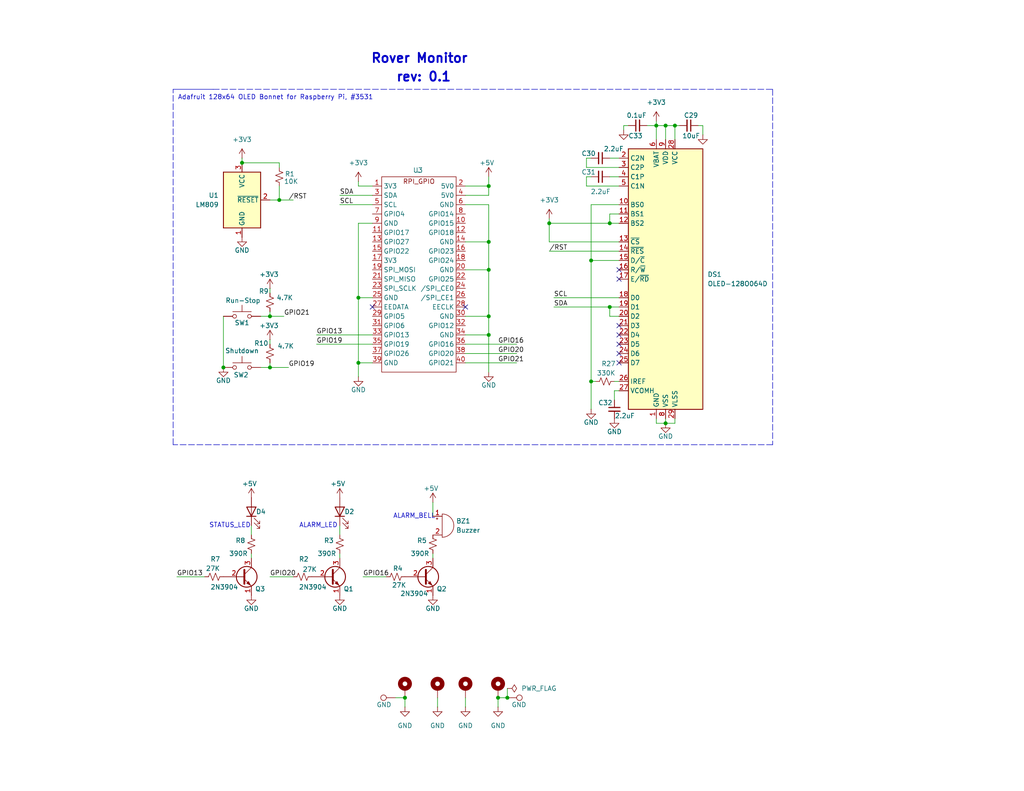
<source format=kicad_sch>
(kicad_sch (version 20231120) (generator "eeschema") (generator_version "8.0")
  (paper "USLetter")
  (title_block (title "Rover Monitor") (date "2025-11-11") (rev "V0.1"))
  (lib_symbols
    (symbol "Connector:TestPoint" (pin_numbers hide) (pin_names (offset 0.762) hide)
      (property "Reference" "TP" (at 0 6.858 0))
      (property "Value" "TestPoint" (at 0 5.08 0))
      (symbol "TestPoint_0_1"
        (circle (center 0 3.302) (radius 0.762))
      )
      (symbol "TestPoint_1_1"
        (pin passive line (at 0 0 90) (length 2.54) (name "1") (number "1"))
      )
    )
    (symbol "Device:Buzzer" (pin_names (offset 0.0254) hide)
      (property "Reference" "BZ" (at 3.81 1.27 0))
      (property "Value" "Buzzer" (at 3.81 -1.27 0))
      (symbol "Buzzer_0_1"
        (arc (start 0 -3.175) (mid 3.1612 0) (end 0 3.175))
        (polyline (pts (xy -1.651 1.905) (xy -1.143 1.905)))
        (polyline (pts (xy -1.397 2.159) (xy -1.397 1.651)))
        (polyline (pts (xy 0 3.175) (xy 0 -3.175)))
      )
      (symbol "Buzzer_1_1"
        (pin passive line (at -2.54 2.54 0) (length 2.54) (name "+") (number "1"))
        (pin passive line (at -2.54 -2.54 0) (length 2.54) (name "-") (number "2"))
      )
    )
    (symbol "Device:C_Small" (pin_numbers hide) (pin_names (offset 0.254) hide)
      (property "Reference" "C" (at 0.254 1.778 0))
      (property "Value" "C_Small" (at 0.254 -2.032 0))
      (symbol "C_Small_0_1"
        (polyline (pts (xy -1.524 -0.508) (xy 1.524 -0.508)) (stroke (width 0.3302)))
        (polyline (pts (xy -1.524 0.508) (xy 1.524 0.508)) (stroke (width 0.3048)))
      )
      (symbol "C_Small_1_1"
        (pin passive line (at 0 2.54 270) (length 2.032) (name "~") (number "1"))
        (pin passive line (at 0 -2.54 90) (length 2.032) (name "~") (number "2"))
      )
    )
    (symbol "Device:LED" (pin_numbers hide) (pin_names (offset 1.016) hide)
      (property "Reference" "D" (at 0 2.54 0))
      (property "Value" "LED" (at 0 -2.54 0))
      (symbol "LED_0_1"
        (polyline (pts (xy -1.27 -1.27) (xy -1.27 1.27)) (stroke (width 0.254)))
        (polyline (pts (xy -1.27 0) (xy 1.27 0)))
        (polyline (pts (xy 1.27 -1.27) (xy 1.27 1.27) (xy -1.27 0) (xy 1.27 -1.27)) (stroke (width 0.254)))
        (polyline (pts (xy -3.048 -0.762) (xy -4.572 -2.286) (xy -3.81 -2.286) (xy -4.572 -2.286) (xy -4.572 -1.524)))
        (polyline (pts (xy -1.778 -0.762) (xy -3.302 -2.286) (xy -2.54 -2.286) (xy -3.302 -2.286) (xy -3.302 -1.524)))
      )
      (symbol "LED_1_1"
        (pin passive line (at -3.81 0 0) (length 2.54) (name "K") (number "1"))
        (pin passive line (at 3.81 0 180) (length 2.54) (name "A") (number "2"))
      )
    )
    (symbol "Device:R_Small_US" (pin_numbers hide) (pin_names (offset 0.254) hide)
      (property "Reference" "R" (at 0.762 0.508 0))
      (property "Value" "R_Small_US" (at 0.762 -1.016 0))
      (symbol "R_Small_US_1_1"
        (polyline (pts (xy 0 0) (xy 1.016 -0.381) (xy 0 -0.762) (xy -1.016 -1.143) (xy 0 -1.524)))
        (polyline (pts (xy 0 1.524) (xy 1.016 1.143) (xy 0 0.762) (xy -1.016 0.381) (xy 0 0)))
        (pin passive line (at 0 2.54 270) (length 1.016) (name "~") (number "1"))
        (pin passive line (at 0 -2.54 90) (length 1.016) (name "~") (number "2"))
      )
    )
    (symbol "Display_Graphic:OLED-128O064D"
      (property "Reference" "DS" (at -10.16 38.1 0))
      (property "Value" "OLED-128O064D" (at 12.7 38.1 0))
      (symbol "OLED-128O064D_0_1"
        (rectangle (start -10.16 35.56) (end 10.16 -35.56) (stroke (width 0.254)) (fill (type background)))
      )
      (symbol "OLED-128O064D_1_1"
        (pin power_in line (at -2.54 -38.1 90) (length 2.54) (name "GND") (number "1"))
        (pin input line (at -12.7 20.32 0) (length 2.54) (name "BS0") (number "10"))
        (pin input line (at -12.7 17.78 0) (length 2.54) (name "BS1") (number "11"))
        (pin input line (at -12.7 15.24 0) (length 2.54) (name "BS2") (number "12"))
        (pin input line (at -12.7 10.16 0) (length 2.54) (name "~{CS}") (number "13"))
        (pin input line (at -12.7 7.62 0) (length 2.54) (name "~{RES}") (number "14"))
        (pin input line (at -12.7 5.08 0) (length 2.54) (name "D/~{C}") (number "15"))
        (pin input line (at -12.7 2.54 0) (length 2.54) (name "R/~{W}") (number "16"))
        (pin input line (at -12.7 0 0) (length 2.54) (name "E/~{RD}") (number "17"))
        (pin bidirectional line (at -12.7 -5.08 0) (length 2.54) (name "D0") (number "18"))
        (pin bidirectional line (at -12.7 -7.62 0) (length 2.54) (name "D1") (number "19"))
        (pin passive line (at -12.7 33.02 0) (length 2.54) (name "C2N") (number "2"))
        (pin bidirectional line (at -12.7 -10.16 0) (length 2.54) (name "D2") (number "20"))
        (pin bidirectional line (at -12.7 -12.7 0) (length 2.54) (name "D3") (number "21"))
        (pin bidirectional line (at -12.7 -15.24 0) (length 2.54) (name "D4") (number "22"))
        (pin bidirectional line (at -12.7 -17.78 0) (length 2.54) (name "D5") (number "23"))
        (pin bidirectional line (at -12.7 -20.32 0) (length 2.54) (name "D6") (number "24"))
        (pin bidirectional line (at -12.7 -22.86 0) (length 2.54) (name "D7") (number "25"))
        (pin passive line (at -12.7 -27.94 0) (length 2.54) (name "IREF") (number "26"))
        (pin passive line (at -12.7 -30.48 0) (length 2.54) (name "VCOMH") (number "27"))
        (pin power_in line (at 2.54 38.1 270) (length 2.54) (name "VCC") (number "28"))
        (pin power_in line (at 2.54 -38.1 90) (length 2.54) (name "VLSS") (number "29"))
        (pin passive line (at -12.7 30.48 0) (length 2.54) (name "C2P") (number "3"))
        (pin passive line (at -2.54 -38.1 90) (length 2.54) hide (name "GND") (number "30"))
        (pin passive line (at -12.7 27.94 0) (length 2.54) (name "C1P") (number "4"))
        (pin passive line (at -12.7 25.4 0) (length 2.54) (name "C1N") (number "5"))
        (pin power_in line (at -2.54 38.1 270) (length 2.54) (name "VBAT") (number "6"))
        (pin no_connect line (at 10.16 0 180) (length 2.54) hide (name "NC") (number "7"))
        (pin power_in line (at 0 -38.1 90) (length 2.54) (name "VSS") (number "8"))
        (pin power_in line (at 0 38.1 270) (length 2.54) (name "VDD") (number "9"))
      )
    )
    (symbol "GND_1" (power) (pin_numbers hide) (pin_names (offset 0) hide)
      (property "Value" "GND" (at 0 -3.81 0))
      (symbol "GND_1_0_1"
        (polyline (pts (xy 0 0) (xy 0 -1.27) (xy 1.27 -1.27) (xy 0 -2.54) (xy -1.27 -1.27) (xy 0 -1.27)))
      )
      (symbol "GND_1_1_1"
        (pin power_in line (at 0 0 270) (length 0) (name "~") (number "1"))
      )
    )
    (symbol "Mechanical:MountingHole_Pad" (pin_numbers hide) (pin_names (offset 1.016) hide)
      (property "Reference" "H" (at 0 6.35 0))
      (property "Value" "MountingHole_Pad" (at 0 4.445 0))
      (symbol "MountingHole_Pad_0_1"
        (circle (center 0 1.27) (radius 1.27) (stroke (width 1.27)))
      )
      (symbol "MountingHole_Pad_1_1"
        (pin input line (at 0 -2.54 90) (length 2.54) (name "1") (number "1"))
      )
    )
    (symbol "PWR_FLAG_1" (power) (pin_numbers hide) (pin_names (offset 0) hide)
      (property "Value" "PWR_FLAG" (at 0 3.81 0))
      (symbol "PWR_FLAG_1_0_0"
        (pin power_out line (at 0 0 90) (length 0) (name "~") (number "1"))
      )
      (symbol "PWR_FLAG_1_0_1"
        (polyline (pts (xy 0 0) (xy 0 1.27) (xy -1.016 1.905) (xy 0 2.54) (xy 1.016 1.905) (xy 0 1.27)))
      )
    )
    (symbol "Power_Supervisor:LM809"
      (property "Reference" "U" (at 2.54 12.7 0))
      (property "Value" "LM809" (at 5.08 10.16 0))
      (symbol "LM809_0_1"
        (rectangle (start 5.08 7.62) (end -5.08 -7.62) (stroke (width 0.254)) (fill (type background)))
      )
      (symbol "LM809_1_1"
        (pin power_in line (at 0 -10.16 90) (length 2.54) (name "GND") (number "1"))
        (pin output line (at 7.62 0 180) (length 2.54) (name "~{RESET}") (number "2"))
        (pin power_in line (at 0 10.16 270) (length 2.54) (name "VCC") (number "3"))
      )
    )
    (symbol "Switch:SW_Push" (pin_numbers hide) (pin_names (offset 1.016) hide)
      (property "Reference" "SW" (at 1.27 2.54 0))
      (property "Value" "SW_Push" (at 0 -1.524 0))
      (symbol "SW_Push_0_1"
        (circle (center -2.032 0) (radius 0.508))
        (polyline (pts (xy 0 1.27) (xy 0 3.048)))
        (polyline (pts (xy 2.54 1.27) (xy -2.54 1.27)))
        (circle (center 2.032 0) (radius 0.508))
        (pin passive line (at -5.08 0 0) (length 2.54) (name "1") (number "1"))
        (pin passive line (at 5.08 0 180) (length 2.54) (name "2") (number "2"))
      )
    )
    (symbol "Transistor_BJT:2N3904" (pin_names (offset 0) hide)
      (property "Reference" "Q" (at 5.08 1.905 0))
      (property "Value" "2N3904" (at 5.08 0 0))
      (symbol "2N3904_0_1"
        (polyline (pts (xy 0.635 0.635) (xy 2.54 2.54)))
        (polyline (pts (xy 0.635 -0.635) (xy 2.54 -2.54) (xy 2.54 -2.54)))
        (polyline (pts (xy 0.635 1.905) (xy 0.635 -1.905) (xy 0.635 -1.905)) (stroke (width 0.508)))
        (polyline (pts (xy 1.27 -1.778) (xy 1.778 -1.27) (xy 2.286 -2.286) (xy 1.27 -1.778) (xy 1.27 -1.778)) (fill (type outline)))
        (circle (center 1.27 0) (radius 2.8194) (stroke (width 0.254)))
      )
      (symbol "2N3904_1_1"
        (pin passive line (at 2.54 -5.08 90) (length 2.54) (name "E") (number "1"))
        (pin passive line (at -5.08 0 0) (length 5.715) (name "B") (number "2"))
        (pin passive line (at 2.54 5.08 270) (length 2.54) (name "C") (number "3"))
      )
    )
    (symbol "jerrys_Library:rpi_gpio2"
      (property "Reference" "U" (at -7.874 27.686 0))
      (symbol "rpi_gpio2_1_1"
        (text "RPI_GPIO" (at 0 25.4 0) (effects (font (size 1.27 1.27))))
        (text_box "" (at -10.16 26.67 0) (size 20.32 -53.34) (fill (type color)) (effects (font (size 1.27 1.27)) (justify left top)))
        (pin output line (at -12.7 24.13 0) (length 2.54) (name "3V3") (number "1"))
        (pin input line (at 12.7 13.97 180) (length 2.54) (name "GPIO15") (number "10"))
        (pin input line (at -12.7 11.43 0) (length 2.54) (name "GPIO17") (number "11"))
        (pin input line (at 12.7 11.43 180) (length 2.54) (name "GPIO18") (number "12"))
        (pin input line (at -12.7 8.89 0) (length 2.54) (name "GPIO27") (number "13"))
        (pin input line (at 12.7 8.89 180) (length 2.54) (name "GND") (number "14"))
        (pin input line (at -12.7 6.35 0) (length 2.54) (name "GPIO22") (number "15"))
        (pin input line (at 12.7 6.35 180) (length 2.54) (name "GPIO23") (number "16"))
        (pin input line (at -12.7 3.81 0) (length 2.54) (name "3V3") (number "17"))
        (pin input line (at 12.7 3.81 180) (length 2.54) (name "GPIO24") (number "18"))
        (pin input line (at -12.7 1.27 0) (length 2.54) (name "SPI_MOSI") (number "19"))
        (pin input line (at 12.7 24.13 180) (length 2.54) (name "5V0") (number "2"))
        (pin input line (at 12.7 1.27 180) (length 2.54) (name "GND") (number "20"))
        (pin input line (at -12.7 -1.27 0) (length 2.54) (name "SPI_MISO") (number "21"))
        (pin input line (at 12.7 -1.27 180) (length 2.54) (name "GPIO25") (number "22"))
        (pin input line (at -12.7 -3.81 0) (length 2.54) (name "SPI_SCLK") (number "23"))
        (pin input line (at 12.7 -3.81 180) (length 2.54) (name "/SPI_CE0") (number "24"))
        (pin input line (at -12.7 -6.35 0) (length 2.54) (name "GND") (number "25"))
        (pin input line (at 12.7 -6.35 180) (length 2.54) (name "/SPI_CE1") (number "26"))
        (pin input line (at -12.7 -8.89 0) (length 2.54) (name "EEDATA") (number "27"))
        (pin input line (at 12.7 -8.89 180) (length 2.54) (name "EECLK") (number "28"))
        (pin input line (at -12.7 -11.43 0) (length 2.54) (name "GPIO5") (number "29"))
        (pin input line (at -12.7 21.59 0) (length 2.54) (name "SDA") (number "3"))
        (pin input line (at 12.7 -11.43 180) (length 2.54) (name "GND") (number "30"))
        (pin input line (at -12.7 -13.97 0) (length 2.54) (name "GPIO6") (number "31"))
        (pin input line (at 12.7 -13.97 180) (length 2.54) (name "GPIO12") (number "32"))
        (pin input line (at -12.7 -16.51 0) (length 2.54) (name "GPIO13") (number "33"))
        (pin input line (at 12.7 -16.51 180) (length 2.54) (name "GND") (number "34"))
        (pin input line (at -12.7 -19.05 0) (length 2.54) (name "GPIO19") (number "35"))
        (pin input line (at 12.7 -19.05 180) (length 2.54) (name "GPIO16") (number "36"))
        (pin input line (at -12.7 -21.59 0) (length 2.54) (name "GPIO26") (number "37"))
        (pin input line (at 12.7 -21.59 180) (length 2.54) (name "GPIO20") (number "38"))
        (pin input line (at -12.7 -24.13 0) (length 2.54) (name "GND") (number "39"))
        (pin input line (at 12.7 21.59 180) (length 2.54) (name "5V0") (number "4"))
        (pin input line (at 12.7 -24.13 180) (length 2.54) (name "GPIO21") (number "40"))
        (pin input line (at -12.7 19.05 0) (length 2.54) (name "SCL") (number "5"))
        (pin input line (at 12.7 19.05 180) (length 2.54) (name "GND") (number "6"))
        (pin input line (at -12.7 16.51 0) (length 2.54) (name "GPIO4") (number "7"))
        (pin input line (at 12.7 16.51 180) (length 2.54) (name "GPIO14") (number "8"))
        (pin input line (at -12.7 13.97 0) (length 2.54) (name "GND") (number "9"))
      )
    )
    (symbol "power:+3V3" (power) (pin_numbers hide) (pin_names (offset 0) hide)
      (property "Value" "+3V3" (at 0 3.556 0))
      (symbol "+3V3_0_1"
        (polyline (pts (xy -0.762 1.27) (xy 0 2.54)))
        (polyline (pts (xy 0 0) (xy 0 2.54)))
        (polyline (pts (xy 0 2.54) (xy 0.762 1.27)))
      )
      (symbol "+3V3_1_1"
        (pin power_in line (at 0 0 90) (length 0) (name "~") (number "1"))
      )
    )
    (symbol "power:+5V" (power) (pin_numbers hide) (pin_names (offset 0) hide)
      (property "Value" "+5V" (at 0 3.556 0))
      (symbol "+5V_0_1"
        (polyline (pts (xy -0.762 1.27) (xy 0 2.54)))
        (polyline (pts (xy 0 0) (xy 0 2.54)))
        (polyline (pts (xy 0 2.54) (xy 0.762 1.27)))
      )
      (symbol "+5V_1_1"
        (pin power_in line (at 0 0 90) (length 0) (name "~") (number "1"))
      )
    )
  )
  (junction (at 73.66 86.36))
  (junction (at 181.61 34.29))
  (junction (at 110.49 190.5))
  (junction (at 133.35 50.8))
  (junction (at 179.07 34.29))
  (junction (at 133.35 66.04))
  (junction (at 138.43 190.5))
  (junction (at 166.37 60.96))
  (junction (at 76.2 54.61))
  (junction (at 181.61 115.57))
  (junction (at 135.89 190.5))
  (junction (at 149.86 60.96))
  (junction (at 73.66 100.33))
  (junction (at 66.04 44.45))
  (junction (at 166.37 83.82))
  (junction (at 133.35 73.66))
  (junction (at 60.96 100.33))
  (junction (at 97.79 81.28))
  (junction (at 184.15 34.29))
  (junction (at 97.79 99.06))
  (junction (at 161.29 71.12))
  (junction (at 133.35 86.36))
  (junction (at 133.35 91.44))
  (junction (at 161.29 104.14))
  (no_connect (at 168.91 91.44))
  (no_connect (at 127 83.82))
  (no_connect (at 168.91 76.2))
  (no_connect (at 168.91 99.06))
  (no_connect (at 101.6 83.82))
  (no_connect (at 168.91 73.66))
  (no_connect (at 168.91 93.98))
  (no_connect (at 168.91 88.9))
  (no_connect (at 168.91 96.52))
  (wire (pts (xy 133.35 86.36) (xy 133.35 91.44)))
  (wire (pts (xy 168.91 86.36) (xy 166.37 86.36)))
  (wire (pts (xy 166.37 83.82) (xy 168.91 83.82)))
  (wire (pts (xy 168.91 58.42) (xy 166.37 58.42)))
  (wire (pts (xy 73.66 80.01) (xy 73.66 78.74)))
  (polyline (pts (xy 47.244 24.384) (xy 58.166 24.384)))
  (polyline (pts (xy 47.244 121.412) (xy 47.244 24.384)) (stroke (width 0) (type dash)))
  (wire (pts (xy 161.29 71.12) (xy 168.91 71.12)))
  (wire (pts (xy 161.29 71.12) (xy 161.29 104.14)))
  (wire (pts (xy 138.43 187.96) (xy 138.43 190.5)))
  (wire (pts (xy 176.53 34.29) (xy 179.07 34.29)))
  (wire (pts (xy 127 91.44) (xy 133.35 91.44)))
  (wire (pts (xy 127 86.36) (xy 133.35 86.36)))
  (wire (pts (xy 167.64 106.68) (xy 168.91 106.68)))
  (wire (pts (xy 71.12 100.33) (xy 73.66 100.33)))
  (wire (pts (xy 149.86 68.58) (xy 168.91 68.58)))
  (wire (pts (xy 101.6 60.96) (xy 97.79 60.96)))
  (wire (pts (xy 73.66 157.48) (xy 80.01 157.48)))
  (wire (pts (xy 92.71 53.34) (xy 101.6 53.34)))
  (wire (pts (xy 127 53.34) (xy 133.35 53.34)))
  (wire (pts (xy 160.02 50.8) (xy 168.91 50.8)))
  (wire (pts (xy 127 96.52) (xy 140.97 96.52)))
  (wire (pts (xy 92.71 151.13) (xy 92.71 152.4)))
  (wire (pts (xy 161.29 55.88) (xy 161.29 71.12)))
  (wire (pts (xy 68.58 143.51) (xy 68.58 146.05)))
  (wire (pts (xy 76.2 45.72) (xy 76.2 44.45)))
  (wire (pts (xy 161.29 104.14) (xy 161.29 111.76)))
  (wire (pts (xy 127 99.06) (xy 140.97 99.06)))
  (wire (pts (xy 99.06 157.48) (xy 105.41 157.48)))
  (wire (pts (xy 133.35 73.66) (xy 133.35 86.36)))
  (wire (pts (xy 135.89 190.5) (xy 135.89 193.04)))
  (wire (pts (xy 92.71 55.88) (xy 101.6 55.88)))
  (wire (pts (xy 170.18 34.29) (xy 170.18 35.56)))
  (wire (pts (xy 133.35 55.88) (xy 133.35 66.04)))
  (wire (pts (xy 184.15 34.29) (xy 185.42 34.29)))
  (wire (pts (xy 92.71 143.51) (xy 92.71 146.05)))
  (wire (pts (xy 119.38 190.5) (xy 119.38 193.04)))
  (wire (pts (xy 66.04 43.18) (xy 66.04 44.45)))
  (wire (pts (xy 97.79 81.28) (xy 97.79 99.06)))
  (wire (pts (xy 76.2 54.61) (xy 80.01 54.61)))
  (wire (pts (xy 151.13 83.82) (xy 166.37 83.82)))
  (wire (pts (xy 73.66 54.61) (xy 76.2 54.61)))
  (wire (pts (xy 68.58 151.13) (xy 68.58 152.4)))
  (wire (pts (xy 71.12 86.36) (xy 73.66 86.36)))
  (wire (pts (xy 167.64 109.22) (xy 167.64 106.68)))
  (wire (pts (xy 127 73.66) (xy 133.35 73.66)))
  (wire (pts (xy 168.91 81.28) (xy 151.13 81.28)))
  (wire (pts (xy 181.61 114.3) (xy 181.61 115.57)))
  (wire (pts (xy 161.29 48.26) (xy 160.02 48.26)))
  (wire (pts (xy 184.15 114.3) (xy 184.15 115.57)))
  (wire (pts (xy 191.77 34.29) (xy 191.77 36.83)))
  (wire (pts (xy 166.37 86.36) (xy 166.37 83.82)))
  (wire (pts (xy 179.07 34.29) (xy 181.61 34.29)))
  (wire (pts (xy 160.02 48.26) (xy 160.02 50.8)))
  (wire (pts (xy 190.5 34.29) (xy 191.77 34.29)))
  (wire (pts (xy 97.79 50.8) (xy 97.79 49.53)))
  (polyline (pts (xy 58.166 24.384) (xy 210.82 24.384)) (stroke (width 0) (type dash)))
  (wire (pts (xy 171.45 34.29) (xy 170.18 34.29)))
  (wire (pts (xy 179.07 115.57) (xy 179.07 114.3)))
  (wire (pts (xy 149.86 66.04) (xy 149.86 60.96)))
  (wire (pts (xy 48.26 157.48) (xy 55.88 157.48)))
  (wire (pts (xy 127 55.88) (xy 133.35 55.88)))
  (wire (pts (xy 73.66 93.98) (xy 73.66 92.71)))
  (wire (pts (xy 97.79 60.96) (xy 97.79 81.28)))
  (wire (pts (xy 60.96 86.36) (xy 60.96 100.33)))
  (polyline (pts (xy 210.82 121.412) (xy 47.244 121.412)) (stroke (width 0) (type dash)))
  (wire (pts (xy 168.91 60.96) (xy 166.37 60.96)))
  (wire (pts (xy 179.07 34.29) (xy 179.07 38.1)))
  (wire (pts (xy 181.61 34.29) (xy 181.61 38.1)))
  (wire (pts (xy 133.35 91.44) (xy 133.35 101.6)))
  (wire (pts (xy 184.15 38.1) (xy 184.15 34.29)))
  (wire (pts (xy 161.29 104.14) (xy 162.56 104.14)))
  (wire (pts (xy 181.61 115.57) (xy 179.07 115.57)))
  (wire (pts (xy 76.2 44.45) (xy 66.04 44.45)))
  (wire (pts (xy 184.15 115.57) (xy 181.61 115.57)))
  (wire (pts (xy 86.36 93.98) (xy 101.6 93.98)))
  (wire (pts (xy 166.37 58.42) (xy 166.37 60.96)))
  (wire (pts (xy 73.66 86.36) (xy 73.66 85.09)))
  (wire (pts (xy 168.91 55.88) (xy 161.29 55.88)))
  (wire (pts (xy 166.37 48.26) (xy 168.91 48.26)))
  (wire (pts (xy 73.66 86.36) (xy 77.47 86.36)))
  (wire (pts (xy 76.2 54.61) (xy 76.2 50.8)))
  (wire (pts (xy 97.79 81.28) (xy 101.6 81.28)))
  (wire (pts (xy 97.79 99.06) (xy 97.79 102.87)))
  (polyline (pts (xy 210.82 24.384) (xy 210.82 121.412)) (stroke (width 0) (type dash)))
  (wire (pts (xy 110.49 190.5) (xy 110.49 193.04)))
  (wire (pts (xy 118.11 151.13) (xy 118.11 152.4)))
  (wire (pts (xy 149.86 60.96) (xy 149.86 59.69)))
  (wire (pts (xy 133.35 66.04) (xy 133.35 73.66)))
  (wire (pts (xy 118.11 137.16) (xy 118.11 140.97)))
  (wire (pts (xy 101.6 50.8) (xy 97.79 50.8)))
  (wire (pts (xy 168.91 45.72) (xy 160.02 45.72)))
  (wire (pts (xy 166.37 60.96) (xy 149.86 60.96)))
  (wire (pts (xy 127 190.5) (xy 127 193.04)))
  (wire (pts (xy 97.79 99.06) (xy 101.6 99.06)))
  (wire (pts (xy 168.91 66.04) (xy 149.86 66.04)))
  (wire (pts (xy 127 93.98) (xy 140.97 93.98)))
  (wire (pts (xy 181.61 34.29) (xy 184.15 34.29)))
  (wire (pts (xy 160.02 43.18) (xy 161.29 43.18)))
  (wire (pts (xy 166.37 43.18) (xy 168.91 43.18)))
  (wire (pts (xy 160.02 45.72) (xy 160.02 43.18)))
  (wire (pts (xy 86.36 91.44) (xy 101.6 91.44)))
  (wire (pts (xy 127 50.8) (xy 133.35 50.8)))
  (wire (pts (xy 179.07 33.02) (xy 179.07 34.29)))
  (wire (pts (xy 167.64 104.14) (xy 168.91 104.14)))
  (wire (pts (xy 73.66 100.33) (xy 73.66 99.06)))
  (wire (pts (xy 133.35 53.34) (xy 133.35 50.8)))
  (wire (pts (xy 107.95 190.5) (xy 110.49 190.5)))
  (wire (pts (xy 73.66 100.33) (xy 78.74 100.33)))
  (wire (pts (xy 127 66.04) (xy 133.35 66.04)))
  (wire (pts (xy 133.35 50.8) (xy 133.35 48.26)))
  (wire (pts (xy 135.89 190.5) (xy 138.43 190.5)))
  (text "STATUS_LED" (at 62.738 143.51 0) (effects (font (size 1.27 1.27))))
  (text "ALARM_BELL" (at 113.03 140.97 0) (effects (font (size 1.27 1.27))))
  (text "rev: 0.1" (at 107.95 22.606 0) (effects (font (size 2.5 2.5) (thickness 0.5) (bold yes)) (justify left bottom)))
  (text "Adafruit 128x64 OLED Bonnet for Raspberry Pi, #3531" (at 75.184 26.67 0) (effects (font (size 1.27 1.27))))
  (text "Rover Monitor" (at 101.092 17.526 0) (effects (font (size 2.5 2.5) (thickness 0.5) (bold yes)) (justify left bottom)))
  (text "ALARM_LED" (at 86.868 143.51 0) (effects (font (size 1.27 1.27))))
  (label "GPIO20" (at 73.66 157.48 0))
  (label "GPIO21" (at 77.47 86.36 0))
  (label "GPIO13" (at 48.26 157.48 0))
  (label "GPIO13" (at 86.36 91.44 0))
  (label "SDA" (at 151.13 83.82 0))
  (label "SCL" (at 92.71 55.88 0))
  (label "GPIO16" (at 99.06 157.48 0))
  (label "SDA" (at 92.71 53.34 0))
  (label "GPIO19" (at 78.74 100.33 0))
  (label "{slash}RST" (at 78.74 54.61 0))
  (label "{slash}RST" (at 149.86 68.58 0))
  (label "SCL" (at 151.13 81.28 0))
  (label "GPIO16" (at 135.89 93.98 0))
  (label "GPIO21" (at 135.89 99.06 0))
  (label "GPIO19" (at 86.36 93.98 0))
  (label "GPIO20" (at 135.89 96.52 0))
  (symbol (lib_id "Mechanical:MountingHole_Pad") (at 119.38 187.96 0) (unit 1) (in_bom no)
    (property "Reference" "H2" (effects (hide yes)))
    (property "Value" "MountingHole_Pad" (effects (hide yes)))
    (property "Footprint" "MountingHole:MountingHole_3.2mm_M3_ISO7380_Pad_TopBottom" (effects (hide yes)))
  )
  (symbol (lib_name "GND_1") (lib_id "power:GND") (at 119.38 193.04 0) (unit 1)
    (property "Reference" "#PWR26" (effects (hide yes)))
    (property "Value" "GND" (at 119.38 198.12 0))
    (property "Description" "Power symbol creates a global label with name \"GND\" , ground" (effects (hide yes)))
  )
  (symbol (lib_id "Transistor_BJT:2N3904") (at 66.04 157.48 0) (unit 1)
    (property "Reference" "Q3" (at 69.596 160.782 0) (effects (justify left)))
    (property "Value" "2N3904" (at 57.404 160.274 0) (effects (justify left)))
    (property "Footprint" "Package_TO_SOT_THT:TO-92_Inline" (effects (hide yes)))
    (property "Datasheet" "https://www.onsemi.com/pub/Collateral/2N3903-D.PDF" (effects (hide yes)))
    (property "Description" "0.2A Ic, 40V Vce, Small Signal NPN Transistor, TO-92" (effects (hide yes)))
  )
  (symbol (lib_name "GND_1") (lib_id "power:GND") (at 135.89 193.04 0) (unit 1)
    (property "Reference" "#PWR34" (effects (hide yes)))
    (property "Value" "GND" (at 135.89 198.12 0))
    (property "Description" "Power symbol creates a global label with name \"GND\" , ground" (effects (hide yes)))
  )
  (symbol (lib_id "Device:R_Small_US") (at 73.66 96.52 0) (unit 1)
    (property "Reference" "R10" (at 69.342 93.726 0) (effects (justify left)))
    (property "Value" "4.7K" (at 75.692 94.488 0) (effects (justify left)))
    (property "Footprint" "Resistor_SMD:R_0805_2012Metric_Pad1.20x1.40mm_HandSolder" (effects (hide yes)))
    (property "Description" "RES 100 OHM 1% 1/8W 0805" (effects (hide yes)))
    (property "Vendor" "Digikey" (effects (hide yes)))
    (property "Vendor Part#" "RMCF0805FT100RCT-ND " (effects (hide yes)))
  )
  (symbol (lib_id "Device:LED") (at 68.58 139.7 90) (unit 1)
    (property "Reference" "D4" (at 69.85 139.7 90) (effects (justify right)))
    (property "Value" "PWR_OK" (effects (hide yes)))
    (property "Footprint" "LED_SMD:LED_1206_3216Metric_Pad1.42x1.75mm_HandSolder" (effects (hide yes)))
    (property "Datasheet" "https://sunledusa.com/products/spec/XZM2CRK55W-3.pdf" (effects (hide yes)))
    (property "Description" "LED RED CLEAR SMD  1206 " (effects (hide yes)))
    (property "Vendor" "Digikey" (effects (hide yes)))
    (property "Vendor Part#" "732-11422-1-ND " (effects (hide yes)))
  )
  (symbol (lib_id "Device:R_Small_US") (at 107.95 157.48 270) (unit 1)
    (property "Reference" "R4" (at 107.188 155.194 90) (effects (justify left)))
    (property "Value" "27K" (at 106.934 159.766 90) (effects (justify left)))
    (property "Footprint" "Resistor_SMD:R_0805_2012Metric_Pad1.20x1.40mm_HandSolder" (effects (hide yes)))
    (property "Description" "RES 100 OHM 1% 1/8W 0805" (effects (hide yes)))
    (property "Vendor" "Digikey" (effects (hide yes)))
    (property "Vendor Part#" "RMCF0805FT100RCT-ND " (effects (hide yes)))
  )
  (symbol (lib_name "GND_1") (lib_id "power:GND") (at 133.35 101.6 0) (unit 1)
    (property "Reference" "#PWR13" (effects (hide yes)))
    (property "Value" "GND" (at 133.35 105.156 0))
    (property "Description" "Power symbol creates a global label with name \"GND\" , ground" (effects (hide yes)))
  )
  (symbol (lib_name "GND_1") (lib_id "power:GND") (at 161.29 111.76 0) (unit 1)
    (property "Reference" "#PWR69" (effects (hide yes)))
    (property "Value" "GND" (at 161.29 115.316 0))
    (property "Description" "Power symbol creates a global label with name \"GND\" , ground" (effects (hide yes)))
  )
  (symbol (lib_id "Device:R_Small_US") (at 118.11 148.59 0) (unit 1)
    (property "Reference" "R5" (at 113.792 147.574 0) (effects (justify left)))
    (property "Value" "390R" (at 112.014 151.13 0) (effects (justify left)))
    (property "Footprint" "Resistor_SMD:R_0805_2012Metric_Pad1.20x1.40mm_HandSolder" (effects (hide yes)))
    (property "Description" "RES 100 OHM 1% 1/8W 0805" (effects (hide yes)))
    (property "Vendor" "Digikey" (effects (hide yes)))
    (property "Vendor Part#" "RMCF0805FT100RCT-ND " (effects (hide yes)))
  )
  (symbol (lib_id "power:+3V3") (at 73.66 78.74 0) (unit 1)
    (property "Reference" "#PWR11" (effects (hide yes)))
    (property "Value" "+3V3" (at 73.406 74.93 0))
    (property "Description" "Power symbol creates a global label with name \"+3V3\"" (effects (hide yes)))
  )
  (symbol (lib_id "power:+5V") (at 118.11 137.16 0) (unit 1)
    (property "Reference" "#PWR5" (effects (hide yes)))
    (property "Value" "+5V" (at 117.602 133.35 0))
    (property "Description" "Power symbol creates a global label with name \"+5V\"" (effects (hide yes)))
  )
  (symbol (lib_id "Device:C_Small") (at 163.83 43.18 270) (unit 1)
    (property "Reference" "C30" (at 162.56 41.91 90) (effects (justify right)))
    (property "Value" "2.2uF" (at 170.18 40.64 90) (effects (justify right)))
    (property "Footprint" "Capacitor_SMD:C_0805_2012Metric_Pad1.18x1.45mm_HandSolder" (effects (hide yes)))
    (property "Description" "CAP CER, 0.1uF, 25V, X7R, 0805" (effects (hide yes)))
    (property "Vendor" "Digikey" (effects (hide yes)))
    (property "Vendor Part#" "1276-1099-1-ND " (effects (hide yes)))
  )
  (symbol (lib_id "Device:C_Small") (at 167.64 111.76 0) (unit 1)
    (property "Reference" "C32" (at 167.132 109.982 0) (effects (justify right)))
    (property "Value" "2.2uF" (at 173.228 113.538 0) (effects (justify right)))
    (property "Footprint" "Capacitor_SMD:C_0805_2012Metric_Pad1.18x1.45mm_HandSolder" (effects (hide yes)))
    (property "Description" "CAP CER, 0.1uF, 25V, X7R, 0805" (effects (hide yes)))
    (property "Vendor" "Digikey" (effects (hide yes)))
    (property "Vendor Part#" "1276-1099-1-ND " (effects (hide yes)))
  )
  (symbol (lib_id "Device:R_Small_US") (at 58.42 157.48 270) (unit 1)
    (property "Reference" "R7" (at 57.404 152.654 90) (effects (justify left)))
    (property "Value" "27K" (at 56.134 155.194 90) (effects (justify left)))
    (property "Footprint" "Resistor_SMD:R_0805_2012Metric_Pad1.20x1.40mm_HandSolder" (effects (hide yes)))
    (property "Description" "RES 100 OHM 1% 1/8W 0805" (effects (hide yes)))
    (property "Vendor" "Digikey" (effects (hide yes)))
    (property "Vendor Part#" "RMCF0805FT100RCT-ND " (effects (hide yes)))
  )
  (symbol (lib_id "Mechanical:MountingHole_Pad") (at 135.89 187.96 0) (unit 1) (in_bom no)
    (property "Reference" "H4" (effects (hide yes)))
    (property "Value" "MountingHole_Pad" (effects (hide yes)))
    (property "Footprint" "MountingHole:MountingHole_3.2mm_M3_ISO7380_Pad_TopBottom" (effects (hide yes)))
  )
  (symbol (lib_id "jerrys_Library:rpi_gpio2") (at 114.3 74.93 0) (unit 1)
    (property "Reference" "U3" (at 114.046 46.482 0))
    (property "Value" "~" (at 114.3 46.99 0))
  )
  (symbol (lib_name "GND_1") (lib_id "power:GND") (at 68.58 162.56 0) (unit 1)
    (property "Reference" "#PWR8" (effects (hide yes)))
    (property "Value" "GND" (at 68.58 166.116 0))
    (property "Description" "Power symbol creates a global label with name \"GND\" , ground" (effects (hide yes)))
  )
  (symbol (lib_id "Device:LED") (at 92.71 139.7 90) (unit 1)
    (property "Reference" "D2" (at 93.98 139.7 90) (effects (justify right)))
    (property "Value" "PWR_OK" (effects (hide yes)))
    (property "Footprint" "LED_SMD:LED_1206_3216Metric_Pad1.42x1.75mm_HandSolder" (effects (hide yes)))
    (property "Datasheet" "https://sunledusa.com/products/spec/XZM2CRK55W-3.pdf" (effects (hide yes)))
    (property "Description" "LED RED CLEAR SMD  1206 " (effects (hide yes)))
    (property "Vendor" "Digikey" (effects (hide yes)))
    (property "Vendor Part#" "732-11422-1-ND " (effects (hide yes)))
  )
  (symbol (lib_id "Switch:SW_Push") (at 66.04 86.36 0) (unit 1)
    (property "Reference" "SW1" (at 66.04 88.138 0))
    (property "Value" "Run-Stop" (at 66.294 82.042 0))
    (property "Description" "Push button switch, generic, two pins" (effects (hide yes)))
  )
  (symbol (lib_id "power:+5V") (at 92.71 135.89 0) (unit 1)
    (property "Reference" "#PWR4" (effects (hide yes)))
    (property "Value" "+5V" (at 92.202 132.08 0))
    (property "Description" "Power symbol creates a global label with name \"+5V\"" (effects (hide yes)))
  )
  (symbol (lib_id "power:+5V") (at 68.58 135.89 0) (unit 1)
    (property "Reference" "#PWR7" (effects (hide yes)))
    (property "Value" "+5V" (at 68.072 132.08 0))
    (property "Description" "Power symbol creates a global label with name \"+5V\"" (effects (hide yes)))
  )
  (symbol (lib_id "Mechanical:MountingHole_Pad") (at 110.49 187.96 0) (unit 1) (in_bom no)
    (property "Reference" "H1" (effects (hide yes)))
    (property "Value" "MountingHole_Pad" (effects (hide yes)))
    (property "Footprint" "MountingHole:MountingHole_3.2mm_M3_ISO7380_Pad_TopBottom" (effects (hide yes)))
  )
  (symbol (lib_name "GND_1") (lib_id "power:GND") (at 170.18 35.56 0) (unit 1)
    (property "Reference" "#PWR72" (effects (hide yes)))
    (property "Value" "GND" (effects (hide yes)))
    (property "Description" "Power symbol creates a global label with name \"GND\" , ground" (effects (hide yes)))
  )
  (symbol (lib_id "Device:Buzzer") (at 120.65 143.51 0) (unit 1)
    (property "Reference" "BZ1" (at 124.46 142.2399 0) (effects (justify left)))
    (property "Value" "Buzzer" (at 124.46 144.7799 0) (effects (justify left)))
    (property "Description" "Buzzer, polarized" (effects (hide yes)))
  )
  (symbol (lib_id "Transistor_BJT:2N3904") (at 115.57 157.48 0) (unit 1)
    (property "Reference" "Q2" (at 119.126 160.782 0) (effects (justify left)))
    (property "Value" "2N3904" (at 109.22 162.052 0) (effects (justify left)))
    (property "Footprint" "Package_TO_SOT_THT:TO-92_Inline" (effects (hide yes)))
    (property "Datasheet" "https://www.onsemi.com/pub/Collateral/2N3903-D.PDF" (effects (hide yes)))
    (property "Description" "0.2A Ic, 40V Vce, Small Signal NPN Transistor, TO-92" (effects (hide yes)))
  )
  (symbol (lib_id "power:+3V3") (at 149.86 59.69 0) (unit 1)
    (property "Reference" "#PWR70" (effects (hide yes)))
    (property "Value" "+3V3" (at 149.86 54.61 0))
    (property "Description" "Power symbol creates a global label with name \"+3V3\"" (effects (hide yes)))
  )
  (symbol (lib_name "GND_1") (lib_id "power:GND") (at 110.49 193.04 0) (unit 1)
    (property "Reference" "#PWR23" (effects (hide yes)))
    (property "Value" "GND" (at 110.49 198.12 0))
    (property "Description" "Power symbol creates a global label with name \"GND\" , ground" (effects (hide yes)))
  )
  (symbol (lib_name "GND_1") (lib_id "power:GND") (at 167.64 114.3 0) (unit 1)
    (property "Reference" "#PWR71" (effects (hide yes)))
    (property "Value" "GND" (at 167.64 117.856 0))
    (property "Description" "Power symbol creates a global label with name \"GND\" , ground" (effects (hide yes)))
  )
  (symbol (lib_id "Device:R_Small_US") (at 76.2 48.26 0) (unit 1)
    (property "Reference" "R1" (at 77.724 47.498 0) (effects (justify left)))
    (property "Value" "10K" (at 77.47 49.53 0) (effects (justify left)))
    (property "Footprint" "Resistor_SMD:R_0805_2012Metric_Pad1.20x1.40mm_HandSolder" (effects (hide yes)))
    (property "Description" "RES 100 OHM 1% 1/8W 0805" (effects (hide yes)))
    (property "Vendor" "Digikey" (effects (hide yes)))
    (property "Vendor Part#" "RMCF0805FT100RCT-ND " (effects (hide yes)))
  )
  (symbol (lib_name "GND_1") (lib_id "power:GND") (at 127 193.04 0) (unit 1)
    (property "Reference" "#PWR30" (effects (hide yes)))
    (property "Value" "GND" (at 127 198.12 0))
    (property "Description" "Power symbol creates a global label with name \"GND\" , ground" (effects (hide yes)))
  )
  (symbol (lib_id "Transistor_BJT:2N3904") (at 90.17 157.48 0) (unit 1)
    (property "Reference" "Q1" (at 93.726 160.782 0) (effects (justify left)))
    (property "Value" "2N3904" (at 81.534 160.274 0) (effects (justify left)))
    (property "Footprint" "Package_TO_SOT_THT:TO-92_Inline" (effects (hide yes)))
    (property "Datasheet" "https://www.onsemi.com/pub/Collateral/2N3903-D.PDF" (effects (hide yes)))
    (property "Description" "0.2A Ic, 40V Vce, Small Signal NPN Transistor, TO-92" (effects (hide yes)))
  )
  (symbol (lib_id "Device:C_Small") (at 163.83 48.26 270) (unit 1)
    (property "Reference" "C31" (at 162.56 46.99 90) (effects (justify right)))
    (property "Value" "2.2uF" (at 166.624 52.324 90) (effects (justify right)))
    (property "Footprint" "Capacitor_SMD:C_0805_2012Metric_Pad1.18x1.45mm_HandSolder" (effects (hide yes)))
    (property "Description" "CAP CER, 0.1uF, 25V, X7R, 0805" (effects (hide yes)))
    (property "Vendor" "Digikey" (effects (hide yes)))
    (property "Vendor Part#" "1276-1099-1-ND " (effects (hide yes)))
  )
  (symbol (lib_id "Connector:TestPoint") (at 138.43 190.5 270) (mirror x) (unit 1) (in_bom no)
    (property "Reference" "GND3" (effects (hide yes)))
    (property "Value" "GND" (at 141.605 192.405 90))
    (property "Footprint" "TestPoint:TestPoint_THTPad_D2.0mm_Drill1.0mm" (effects (hide yes)))
  )
  (symbol (lib_name "GND_1") (lib_id "power:GND") (at 118.11 162.56 0) (unit 1)
    (property "Reference" "#PWR6" (effects (hide yes)))
    (property "Value" "GND" (at 118.11 166.116 0))
    (property "Description" "Power symbol creates a global label with name \"GND\" , ground" (effects (hide yes)))
  )
  (symbol (lib_id "Device:R_Small_US") (at 92.71 148.59 0) (unit 1)
    (property "Reference" "R3" (at 88.392 147.574 0) (effects (justify left)))
    (property "Value" "390R" (at 86.614 151.13 0) (effects (justify left)))
    (property "Footprint" "Resistor_SMD:R_0805_2012Metric_Pad1.20x1.40mm_HandSolder" (effects (hide yes)))
    (property "Description" "RES 100 OHM 1% 1/8W 0805" (effects (hide yes)))
    (property "Vendor" "Digikey" (effects (hide yes)))
    (property "Vendor Part#" "RMCF0805FT100RCT-ND " (effects (hide yes)))
  )
  (symbol (lib_name "GND_1") (lib_id "power:GND") (at 66.04 64.77 0) (unit 1)
    (property "Reference" "#PWR1" (effects (hide yes)))
    (property "Value" "GND" (at 66.04 68.326 0))
    (property "Description" "Power symbol creates a global label with name \"GND\" , ground" (effects (hide yes)))
  )
  (symbol (lib_id "Device:R_Small_US") (at 73.66 82.55 0) (unit 1)
    (property "Reference" "R9" (at 70.612 79.502 0) (effects (justify left)))
    (property "Value" "4.7K" (at 75.438 81.28 0) (effects (justify left)))
    (property "Footprint" "Resistor_SMD:R_0805_2012Metric_Pad1.20x1.40mm_HandSolder" (effects (hide yes)))
    (property "Description" "RES 100 OHM 1% 1/8W 0805" (effects (hide yes)))
    (property "Vendor" "Digikey" (effects (hide yes)))
    (property "Vendor Part#" "RMCF0805FT100RCT-ND " (effects (hide yes)))
  )
  (symbol (lib_name "GND_1") (lib_id "power:GND") (at 92.71 162.56 0) (unit 1)
    (property "Reference" "#PWR3" (effects (hide yes)))
    (property "Value" "GND" (at 92.71 166.116 0))
    (property "Description" "Power symbol creates a global label with name \"GND\" , ground" (effects (hide yes)))
  )
  (symbol (lib_id "Mechanical:MountingHole_Pad") (at 127 187.96 0) (unit 1) (in_bom no)
    (property "Reference" "H3" (effects (hide yes)))
    (property "Value" "MountingHole_Pad" (effects (hide yes)))
    (property "Footprint" "MountingHole:MountingHole_3.2mm_M3_ISO7380_Pad_TopBottom" (effects (hide yes)))
  )
  (symbol (lib_id "Power_Supervisor:LM809") (at 66.04 54.61 0) (unit 1)
    (property "Reference" "U1" (at 59.69 53.3399 0) (effects (justify right)))
    (property "Value" "LM809" (at 59.69 55.8799 0) (effects (justify right)))
    (property "Footprint" "Package_TO_SOT_SMD:SOT-23" (effects (hide yes)))
    (property "Datasheet" "http://www.ti.com/lit/ds/symlink/lm809.pdf" (effects (hide yes)))
    (property "Description" "Microprocessor Reset (active-low) Circuit, SOT-23" (effects (hide yes)))
  )
  (symbol (lib_name "GND_1") (lib_id "power:GND") (at 181.61 115.57 0) (unit 1)
    (property "Reference" "#PWR66" (effects (hide yes)))
    (property "Value" "GND" (at 181.61 119.126 0))
    (property "Description" "Power symbol creates a global label with name \"GND\" , ground" (effects (hide yes)))
  )
  (symbol (lib_id "Device:R_Small_US") (at 165.1 104.14 270) (unit 1)
    (property "Reference" "R27" (at 164.084 99.314 90) (effects (justify left)))
    (property "Value" "330K" (at 162.814 101.854 90) (effects (justify left)))
    (property "Footprint" "Resistor_SMD:R_0805_2012Metric_Pad1.20x1.40mm_HandSolder" (effects (hide yes)))
    (property "Description" "RES 100 OHM 1% 1/8W 0805" (effects (hide yes)))
    (property "Vendor" "Digikey" (effects (hide yes)))
    (property "Vendor Part#" "RMCF0805FT100RCT-ND " (effects (hide yes)))
  )
  (symbol (lib_id "Device:C_Small") (at 173.99 34.29 90) (unit 1)
    (property "Reference" "C33" (at 171.45 37.084 90) (effects (justify right)))
    (property "Value" "0.1uF" (at 170.942 31.496 90) (effects (justify right)))
    (property "Footprint" "Capacitor_SMD:C_0805_2012Metric_Pad1.18x1.45mm_HandSolder" (effects (hide yes)))
    (property "Description" "CAP CER, 0.1uF, 25V, X7R, 0805" (effects (hide yes)))
    (property "Vendor" "Digikey" (effects (hide yes)))
    (property "Vendor Part#" "1276-1099-1-ND " (effects (hide yes)))
  )
  (symbol (lib_name "GND_1") (lib_id "power:GND") (at 97.79 102.87 0) (unit 1)
    (property "Reference" "#PWR10" (effects (hide yes)))
    (property "Value" "GND" (at 97.79 106.426 0))
    (property "Description" "Power symbol creates a global label with name \"GND\" , ground" (effects (hide yes)))
  )
  (symbol (lib_name "GND_1") (lib_id "power:GND") (at 60.96 100.33 0) (unit 1)
    (property "Reference" "#PWR9" (effects (hide yes)))
    (property "Value" "GND" (at 60.96 103.886 0))
    (property "Description" "Power symbol creates a global label with name \"GND\" , ground" (effects (hide yes)))
  )
  (symbol (lib_id "power:+5V") (at 133.35 48.26 0) (unit 1)
    (property "Reference" "#PWR14" (effects (hide yes)))
    (property "Value" "+5V" (at 132.842 44.45 0))
    (property "Description" "Power symbol creates a global label with name \"+5V\"" (effects (hide yes)))
  )
  (symbol (lib_id "power:+3V3") (at 66.04 43.18 0) (unit 1)
    (property "Reference" "#PWR2" (effects (hide yes)))
    (property "Value" "+3V3" (at 66.04 38.1 0))
    (property "Description" "Power symbol creates a global label with name \"+3V3\"" (effects (hide yes)))
  )
  (symbol (lib_id "power:+3V3") (at 73.66 92.71 0) (unit 1)
    (property "Reference" "#PWR12" (effects (hide yes)))
    (property "Value" "+3V3" (at 73.406 88.9 0))
    (property "Description" "Power symbol creates a global label with name \"+3V3\"" (effects (hide yes)))
  )
  (symbol (lib_id "Device:R_Small_US") (at 82.55 157.48 270) (unit 1)
    (property "Reference" "R2" (at 81.534 152.654 90) (effects (justify left)))
    (property "Value" "27K" (at 82.55 155.448 90) (effects (justify left)))
    (property "Footprint" "Resistor_SMD:R_0805_2012Metric_Pad1.20x1.40mm_HandSolder" (effects (hide yes)))
    (property "Description" "RES 100 OHM 1% 1/8W 0805" (effects (hide yes)))
    (property "Vendor" "Digikey" (effects (hide yes)))
    (property "Vendor Part#" "RMCF0805FT100RCT-ND " (effects (hide yes)))
  )
  (symbol (lib_id "Device:R_Small_US") (at 68.58 148.59 0) (unit 1)
    (property "Reference" "R8" (at 64.262 147.574 0) (effects (justify left)))
    (property "Value" "390R" (at 62.484 151.13 0) (effects (justify left)))
    (property "Footprint" "Resistor_SMD:R_0805_2012Metric_Pad1.20x1.40mm_HandSolder" (effects (hide yes)))
    (property "Description" "RES 100 OHM 1% 1/8W 0805" (effects (hide yes)))
    (property "Vendor" "Digikey" (effects (hide yes)))
    (property "Vendor Part#" "RMCF0805FT100RCT-ND " (effects (hide yes)))
  )
  (symbol (lib_id "power:+3V3") (at 179.07 33.02 0) (unit 1)
    (property "Reference" "#PWR67" (effects (hide yes)))
    (property "Value" "+3V3" (at 179.07 27.94 0))
    (property "Description" "Power symbol creates a global label with name \"+3V3\"" (effects (hide yes)))
  )
  (symbol (lib_id "Switch:SW_Push") (at 66.04 100.33 0) (unit 1)
    (property "Reference" "SW2" (at 65.786 102.362 0))
    (property "Value" "Shutdown" (at 66.04 95.758 0))
    (property "Description" "Push button switch, generic, two pins" (effects (hide yes)))
  )
  (symbol (lib_name "PWR_FLAG_1") (lib_id "power:PWR_FLAG") (at 138.43 187.96 270) (unit 1)
    (property "Reference" "#FLG2" (effects (hide yes)))
    (property "Value" "PWR_FLAG" (at 142.24 187.9599 90) (effects (justify left)))
    (property "Description" "Special symbol for telling ERC where power comes from" (effects (hide yes)))
  )
  (symbol (lib_id "Display_Graphic:OLED-128O064D") (at 181.61 76.2 0) (unit 1)
    (property "Reference" "DS1" (at 193.04 74.9299 0) (effects (justify left)))
    (property "Value" "OLED-128O064D" (at 193.04 77.4699 0) (effects (justify left)))
    (property "Footprint" "Display:OLED-128O064D" (effects (hide yes)))
    (property "Datasheet" "https://www.vishay.com/docs/37902/oled128o064dbpp3n00000.pdf" (effects (hide yes)))
    (property "Description" "OLED display 128x64" (effects (hide yes)))
  )
  (symbol (lib_id "Connector:TestPoint") (at 107.95 190.5 90) (unit 1) (in_bom no)
    (property "Reference" "GND2" (effects (hide yes)))
    (property "Value" "GND" (at 104.775 192.405 90))
    (property "Footprint" "TestPoint:TestPoint_THTPad_D2.0mm_Drill1.0mm" (effects (hide yes)))
  )
  (symbol (lib_id "Device:C_Small") (at 187.96 34.29 270) (unit 1)
    (property "Reference" "C29" (at 190.5 31.496 90) (effects (justify right)))
    (property "Value" "10uF" (at 191.008 37.084 90) (effects (justify right)))
    (property "Footprint" "Capacitor_SMD:C_0805_2012Metric_Pad1.18x1.45mm_HandSolder" (effects (hide yes)))
    (property "Description" "CAP CER, 0.1uF, 25V, X7R, 0805" (effects (hide yes)))
    (property "Vendor" "Digikey" (effects (hide yes)))
    (property "Vendor Part#" "1276-1099-1-ND " (effects (hide yes)))
  )
  (symbol (lib_id "power:+3V3") (at 97.79 49.53 0) (unit 1)
    (property "Reference" "#PWR15" (effects (hide yes)))
    (property "Value" "+3V3" (at 97.79 44.45 0))
    (property "Description" "Power symbol creates a global label with name \"+3V3\"" (effects (hide yes)))
  )
  (symbol (lib_name "GND_1") (lib_id "power:GND") (at 191.77 36.83 0) (unit 1)
    (property "Reference" "#PWR68" (effects (hide yes)))
    (property "Value" "GND" (effects (hide yes)))
    (property "Description" "Power symbol creates a global label with name \"GND\" , ground" (effects (hide yes)))
  )
)
</source>
